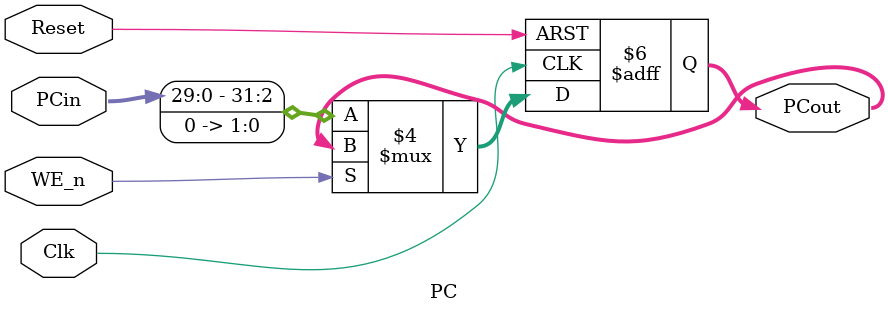
<source format=v>
module PC(PCin, PCout, Clk, Reset, WE_n);

input [29:0]  PCin;
input Clk;
input Reset;
input WE_n;
output reg [31:0]  PCout;

always @(posedge Clk,negedge Reset) begin
	if (~Reset) PCout <= 32'b0;
	else if(~WE_n) PCout <= {PCin, 2'b00};	
end

endmodule

</source>
